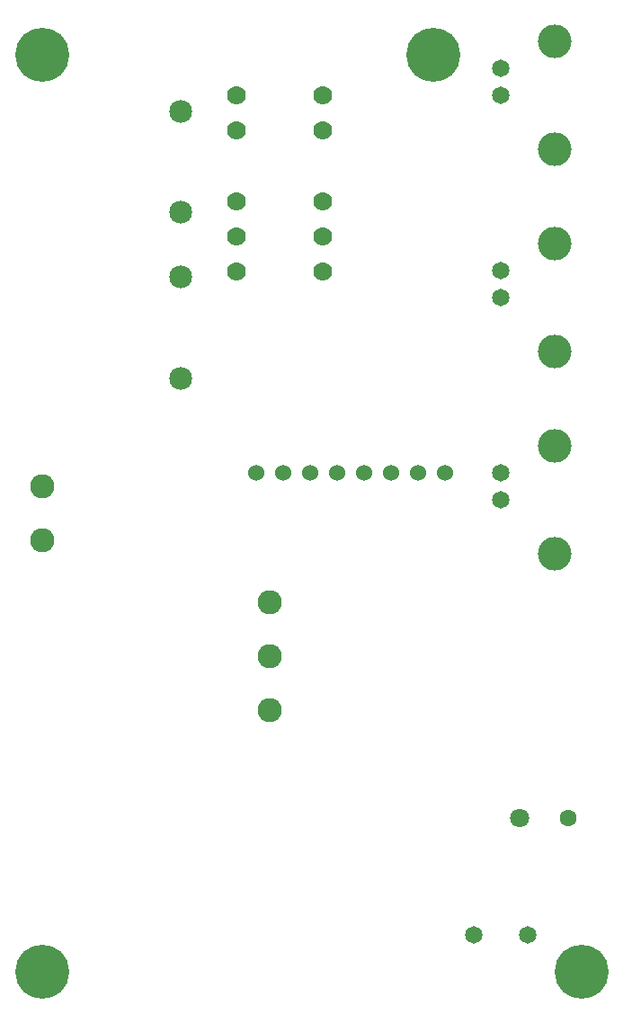
<source format=gbr>
G04 #@! TF.FileFunction,Soldermask,Bot*
%FSLAX46Y46*%
G04 Gerber Fmt 4.6, Leading zero omitted, Abs format (unit mm)*
G04 Created by KiCad (PCBNEW (after 2015-mar-04 BZR unknown)-product) date 11/24/2015 7:31:04 AM*
%MOMM*%
G01*
G04 APERTURE LIST*
%ADD10C,0.152400*%
%ADD11C,5.080000*%
%ADD12C,2.159000*%
%ADD13C,2.286000*%
%ADD14C,3.175000*%
%ADD15C,1.651000*%
%ADD16C,1.803400*%
%ADD17C,1.600200*%
%ADD18C,1.778000*%
%ADD19C,1.524000*%
G04 APERTURE END LIST*
D10*
D11*
X66040000Y-29210000D03*
X29210000Y-29210000D03*
X80010000Y-115570000D03*
D12*
X42291000Y-50165000D03*
X42291000Y-59690000D03*
X42291000Y-34544000D03*
X42291000Y-44069000D03*
D13*
X50673000Y-80772000D03*
X50673000Y-85852000D03*
X50673000Y-90932000D03*
D14*
X77470000Y-57150000D03*
D15*
X72390000Y-52070000D03*
X72390000Y-49530000D03*
D14*
X77470000Y-46990000D03*
D13*
X29210000Y-69850000D03*
D14*
X77470000Y-76200000D03*
D15*
X72390000Y-71120000D03*
X72390000Y-68580000D03*
D14*
X77470000Y-66040000D03*
X77470000Y-38100000D03*
D15*
X72390000Y-33020000D03*
X72390000Y-30480000D03*
D14*
X77470000Y-27940000D03*
D16*
X74244200Y-101092000D03*
D17*
X78740000Y-101092000D03*
D13*
X29210000Y-74930000D03*
D18*
X47498000Y-36322000D03*
X55626000Y-36322000D03*
X55626000Y-43053000D03*
X47498000Y-43053000D03*
X55626000Y-46355000D03*
X47498000Y-46355000D03*
X55626000Y-49657000D03*
X47498000Y-49657000D03*
X47498000Y-33020000D03*
X55626000Y-33020000D03*
D15*
X69850000Y-112141000D03*
X74930000Y-112141000D03*
D19*
X49403000Y-68580000D03*
X51943000Y-68580000D03*
X54483000Y-68580000D03*
X57023000Y-68580000D03*
X59563000Y-68580000D03*
X62103000Y-68580000D03*
X64643000Y-68580000D03*
X67183000Y-68580000D03*
D11*
X29210000Y-115570000D03*
M02*

</source>
